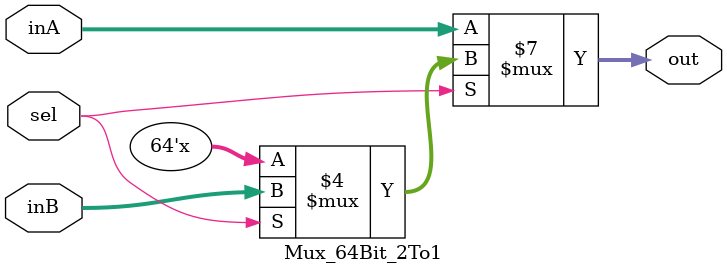
<source format=v>
`timescale 1ns / 1ps


module Mux_64Bit_2To1(
    out,
    inA,
    inB,
    sel
    );

    output reg [63:0] out;
    
    input [63:0] inA;
    input [63:0] inB;
    input sel;

    always @(*)begin 
    
        if(sel == 0)begin
        out <= inA;
        end
        
        else if (sel == 1) begin 
        
        out <= inB;
        
        end
    
    end

endmodule

</source>
